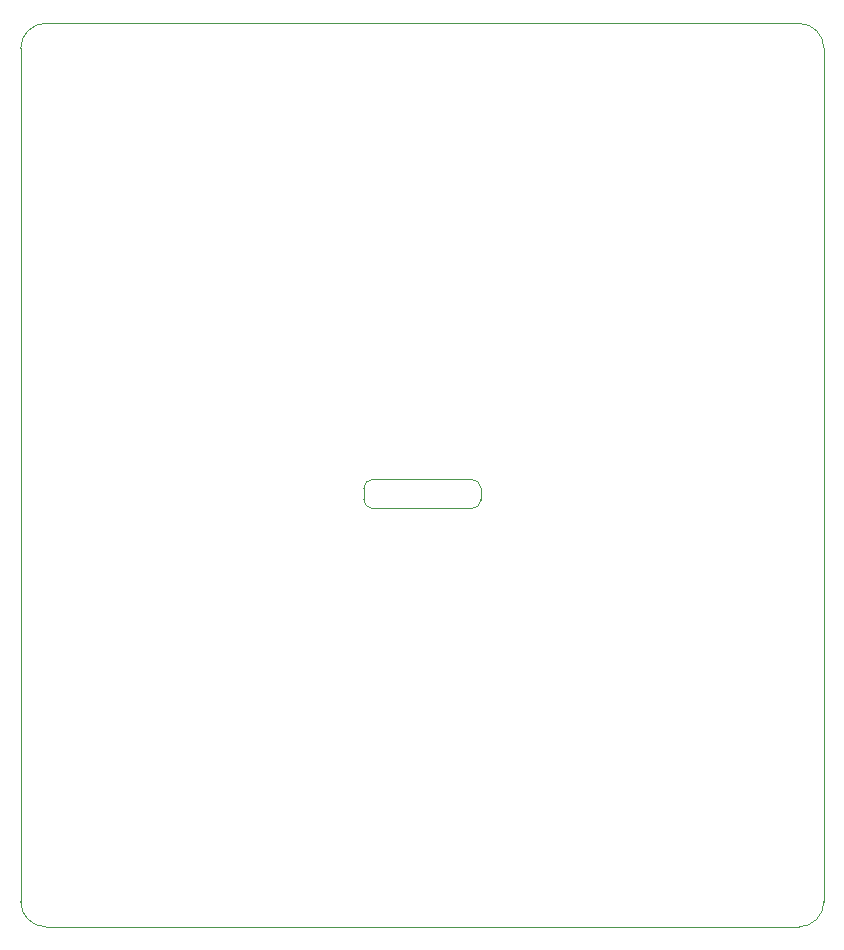
<source format=gbr>
%TF.GenerationSoftware,KiCad,Pcbnew,(6.0.4-0)*%
%TF.CreationDate,2023-04-02T18:55:50-05:00*%
%TF.ProjectId,noldaCoreRType,6e6f6c64-6143-46f7-9265-52547970652e,rev?*%
%TF.SameCoordinates,Original*%
%TF.FileFunction,Profile,NP*%
%FSLAX46Y46*%
G04 Gerber Fmt 4.6, Leading zero omitted, Abs format (unit mm)*
G04 Created by KiCad (PCBNEW (6.0.4-0)) date 2023-04-02 18:55:50*
%MOMM*%
%LPD*%
G01*
G04 APERTURE LIST*
%TA.AperFunction,Profile*%
%ADD10C,0.100000*%
%TD*%
G04 APERTURE END LIST*
D10*
X12749994Y-87124959D02*
G75*
G03*
X14874993Y-89249958I2124999J0D01*
G01*
X78624963Y-89249958D02*
G75*
G03*
X80749962Y-87124959I0J2124999D01*
G01*
X80749962Y-14874993D02*
G75*
G03*
X78624963Y-12749994I-2124999J0D01*
G01*
X14874993Y-12749994D02*
G75*
G03*
X12749994Y-14874993I0J-2124999D01*
G01*
X80749962Y-87124959D02*
X80749962Y-14874993D01*
X41791647Y-53083308D02*
G75*
G03*
X42541647Y-53833308I750000J0D01*
G01*
X14874993Y-12749994D02*
X78624963Y-12749994D01*
X14874993Y-89249958D02*
X78624963Y-89249958D01*
X50958309Y-53833308D02*
G75*
G03*
X51708309Y-53083308I0J750000D01*
G01*
X51708309Y-52125000D02*
G75*
G03*
X50958309Y-51375000I-750000J0D01*
G01*
X41791647Y-53083308D02*
X41791647Y-52125000D01*
X42541647Y-51375000D02*
X50958309Y-51375000D01*
X12749994Y-14874993D02*
X12749994Y-87124959D01*
X42541647Y-51375000D02*
G75*
G03*
X41791647Y-52125000I0J-750000D01*
G01*
X50958309Y-53833308D02*
X42541647Y-53833308D01*
X51708309Y-53083308D02*
X51708309Y-52125000D01*
M02*

</source>
